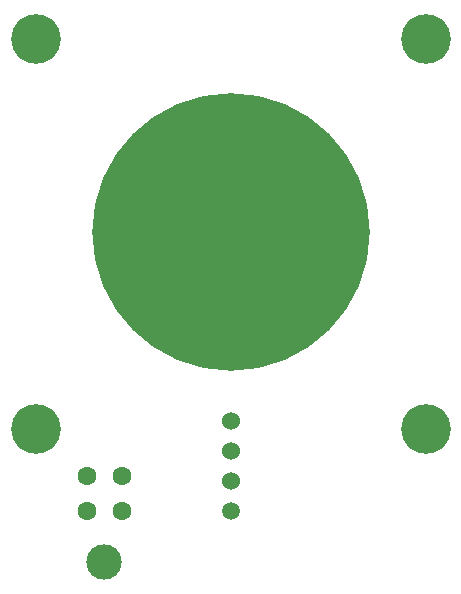
<source format=gbl>
G04*
G04 #@! TF.GenerationSoftware,Altium Limited,Altium Designer,18.1.11 (251)*
G04*
G04 Layer_Physical_Order=2*
G04 Layer_Color=16711680*
%FSLAX25Y25*%
%MOIN*%
G70*
G01*
G75*
%ADD21C,0.11811*%
%ADD22C,0.06299*%
%ADD23C,0.16535*%
%ADD24C,0.92520*%
%ADD25C,0.06000*%
%ADD26C,0.05984*%
D21*
X203150Y122441D02*
D03*
D22*
X197244Y151181D02*
D03*
X209055D02*
D03*
X197244Y139370D02*
D03*
X209055D02*
D03*
D23*
X180315Y296850D02*
D03*
Y166929D02*
D03*
X310236Y296850D02*
D03*
Y166929D02*
D03*
D24*
X245276Y232362D02*
D03*
D25*
Y169370D02*
D03*
Y159370D02*
D03*
Y149370D02*
D03*
D26*
Y139370D02*
D03*
M02*

</source>
